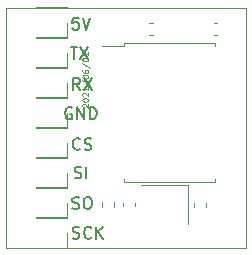
<source format=gbr>
%TF.GenerationSoftware,KiCad,Pcbnew,(5.1.9)-1*%
%TF.CreationDate,2021-06-01T13:49:10+02:00*%
%TF.ProjectId,17_CAN_Controller,31375f43-414e-45f4-936f-6e74726f6c6c,rev?*%
%TF.SameCoordinates,Original*%
%TF.FileFunction,Legend,Top*%
%TF.FilePolarity,Positive*%
%FSLAX46Y46*%
G04 Gerber Fmt 4.6, Leading zero omitted, Abs format (unit mm)*
G04 Created by KiCad (PCBNEW (5.1.9)-1) date 2021-06-01 13:49:10*
%MOMM*%
%LPD*%
G01*
G04 APERTURE LIST*
%ADD10C,0.150000*%
%TA.AperFunction,Profile*%
%ADD11C,0.050000*%
%TD*%
%ADD12C,0.125000*%
%ADD13C,0.120000*%
G04 APERTURE END LIST*
D10*
X105954285Y-81744761D02*
X106097142Y-81792380D01*
X106335238Y-81792380D01*
X106430476Y-81744761D01*
X106478095Y-81697142D01*
X106525714Y-81601904D01*
X106525714Y-81506666D01*
X106478095Y-81411428D01*
X106430476Y-81363809D01*
X106335238Y-81316190D01*
X106144761Y-81268571D01*
X106049523Y-81220952D01*
X106001904Y-81173333D01*
X105954285Y-81078095D01*
X105954285Y-80982857D01*
X106001904Y-80887619D01*
X106049523Y-80840000D01*
X106144761Y-80792380D01*
X106382857Y-80792380D01*
X106525714Y-80840000D01*
X107525714Y-81697142D02*
X107478095Y-81744761D01*
X107335238Y-81792380D01*
X107240000Y-81792380D01*
X107097142Y-81744761D01*
X107001904Y-81649523D01*
X106954285Y-81554285D01*
X106906666Y-81363809D01*
X106906666Y-81220952D01*
X106954285Y-81030476D01*
X107001904Y-80935238D01*
X107097142Y-80840000D01*
X107240000Y-80792380D01*
X107335238Y-80792380D01*
X107478095Y-80840000D01*
X107525714Y-80887619D01*
X107954285Y-81792380D02*
X107954285Y-80792380D01*
X108525714Y-81792380D02*
X108097142Y-81220952D01*
X108525714Y-80792380D02*
X107954285Y-81363809D01*
X105930476Y-79244761D02*
X106073333Y-79292380D01*
X106311428Y-79292380D01*
X106406666Y-79244761D01*
X106454285Y-79197142D01*
X106501904Y-79101904D01*
X106501904Y-79006666D01*
X106454285Y-78911428D01*
X106406666Y-78863809D01*
X106311428Y-78816190D01*
X106120952Y-78768571D01*
X106025714Y-78720952D01*
X105978095Y-78673333D01*
X105930476Y-78578095D01*
X105930476Y-78482857D01*
X105978095Y-78387619D01*
X106025714Y-78340000D01*
X106120952Y-78292380D01*
X106359047Y-78292380D01*
X106501904Y-78340000D01*
X107120952Y-78292380D02*
X107311428Y-78292380D01*
X107406666Y-78340000D01*
X107501904Y-78435238D01*
X107549523Y-78625714D01*
X107549523Y-78959047D01*
X107501904Y-79149523D01*
X107406666Y-79244761D01*
X107311428Y-79292380D01*
X107120952Y-79292380D01*
X107025714Y-79244761D01*
X106930476Y-79149523D01*
X106882857Y-78959047D01*
X106882857Y-78625714D01*
X106930476Y-78435238D01*
X107025714Y-78340000D01*
X107120952Y-78292380D01*
X106116190Y-76644761D02*
X106259047Y-76692380D01*
X106497142Y-76692380D01*
X106592380Y-76644761D01*
X106640000Y-76597142D01*
X106687619Y-76501904D01*
X106687619Y-76406666D01*
X106640000Y-76311428D01*
X106592380Y-76263809D01*
X106497142Y-76216190D01*
X106306666Y-76168571D01*
X106211428Y-76120952D01*
X106163809Y-76073333D01*
X106116190Y-75978095D01*
X106116190Y-75882857D01*
X106163809Y-75787619D01*
X106211428Y-75740000D01*
X106306666Y-75692380D01*
X106544761Y-75692380D01*
X106687619Y-75740000D01*
X107116190Y-76692380D02*
X107116190Y-75692380D01*
X106573333Y-74197142D02*
X106525714Y-74244761D01*
X106382857Y-74292380D01*
X106287619Y-74292380D01*
X106144761Y-74244761D01*
X106049523Y-74149523D01*
X106001904Y-74054285D01*
X105954285Y-73863809D01*
X105954285Y-73720952D01*
X106001904Y-73530476D01*
X106049523Y-73435238D01*
X106144761Y-73340000D01*
X106287619Y-73292380D01*
X106382857Y-73292380D01*
X106525714Y-73340000D01*
X106573333Y-73387619D01*
X106954285Y-74244761D02*
X107097142Y-74292380D01*
X107335238Y-74292380D01*
X107430476Y-74244761D01*
X107478095Y-74197142D01*
X107525714Y-74101904D01*
X107525714Y-74006666D01*
X107478095Y-73911428D01*
X107430476Y-73863809D01*
X107335238Y-73816190D01*
X107144761Y-73768571D01*
X107049523Y-73720952D01*
X107001904Y-73673333D01*
X106954285Y-73578095D01*
X106954285Y-73482857D01*
X107001904Y-73387619D01*
X107049523Y-73340000D01*
X107144761Y-73292380D01*
X107382857Y-73292380D01*
X107525714Y-73340000D01*
X106573333Y-69192380D02*
X106240000Y-68716190D01*
X106001904Y-69192380D02*
X106001904Y-68192380D01*
X106382857Y-68192380D01*
X106478095Y-68240000D01*
X106525714Y-68287619D01*
X106573333Y-68382857D01*
X106573333Y-68525714D01*
X106525714Y-68620952D01*
X106478095Y-68668571D01*
X106382857Y-68716190D01*
X106001904Y-68716190D01*
X106906666Y-68192380D02*
X107573333Y-69192380D01*
X107573333Y-68192380D02*
X106906666Y-69192380D01*
X105778095Y-65592380D02*
X106349523Y-65592380D01*
X106063809Y-66592380D02*
X106063809Y-65592380D01*
X106587619Y-65592380D02*
X107254285Y-66592380D01*
X107254285Y-65592380D02*
X106587619Y-66592380D01*
X106449523Y-63092380D02*
X105973333Y-63092380D01*
X105925714Y-63568571D01*
X105973333Y-63520952D01*
X106068571Y-63473333D01*
X106306666Y-63473333D01*
X106401904Y-63520952D01*
X106449523Y-63568571D01*
X106497142Y-63663809D01*
X106497142Y-63901904D01*
X106449523Y-63997142D01*
X106401904Y-64044761D01*
X106306666Y-64092380D01*
X106068571Y-64092380D01*
X105973333Y-64044761D01*
X105925714Y-63997142D01*
X106782857Y-63092380D02*
X107116190Y-64092380D01*
X107449523Y-63092380D01*
D11*
X100330000Y-82550000D02*
X120650000Y-82550000D01*
X100330000Y-62230000D02*
X101600000Y-62230000D01*
X100330000Y-64770000D02*
X100330000Y-62230000D01*
X100330000Y-72390000D02*
X100330000Y-67310000D01*
D10*
X105878095Y-70740000D02*
X105782857Y-70692380D01*
X105640000Y-70692380D01*
X105497142Y-70740000D01*
X105401904Y-70835238D01*
X105354285Y-70930476D01*
X105306666Y-71120952D01*
X105306666Y-71263809D01*
X105354285Y-71454285D01*
X105401904Y-71549523D01*
X105497142Y-71644761D01*
X105640000Y-71692380D01*
X105735238Y-71692380D01*
X105878095Y-71644761D01*
X105925714Y-71597142D01*
X105925714Y-71263809D01*
X105735238Y-71263809D01*
X106354285Y-71692380D02*
X106354285Y-70692380D01*
X106925714Y-71692380D01*
X106925714Y-70692380D01*
X107401904Y-71692380D02*
X107401904Y-70692380D01*
X107640000Y-70692380D01*
X107782857Y-70740000D01*
X107878095Y-70835238D01*
X107925714Y-70930476D01*
X107973333Y-71120952D01*
X107973333Y-71263809D01*
X107925714Y-71454285D01*
X107878095Y-71549523D01*
X107782857Y-71644761D01*
X107640000Y-71692380D01*
X107401904Y-71692380D01*
D11*
X120650000Y-62230000D02*
X120650000Y-82550000D01*
X101600000Y-62230000D02*
X120650000Y-62230000D01*
X100330000Y-80010000D02*
X100330000Y-82550000D01*
X100330000Y-64770000D02*
X100330000Y-67310000D01*
X100330000Y-80010000D02*
X100330000Y-72390000D01*
D12*
X106813809Y-70673333D02*
X106790000Y-70649523D01*
X106766190Y-70601904D01*
X106766190Y-70482857D01*
X106790000Y-70435238D01*
X106813809Y-70411428D01*
X106861428Y-70387619D01*
X106909047Y-70387619D01*
X106980476Y-70411428D01*
X107266190Y-70697142D01*
X107266190Y-70387619D01*
X106766190Y-70078095D02*
X106766190Y-70030476D01*
X106790000Y-69982857D01*
X106813809Y-69959047D01*
X106861428Y-69935238D01*
X106956666Y-69911428D01*
X107075714Y-69911428D01*
X107170952Y-69935238D01*
X107218571Y-69959047D01*
X107242380Y-69982857D01*
X107266190Y-70030476D01*
X107266190Y-70078095D01*
X107242380Y-70125714D01*
X107218571Y-70149523D01*
X107170952Y-70173333D01*
X107075714Y-70197142D01*
X106956666Y-70197142D01*
X106861428Y-70173333D01*
X106813809Y-70149523D01*
X106790000Y-70125714D01*
X106766190Y-70078095D01*
X106813809Y-69720952D02*
X106790000Y-69697142D01*
X106766190Y-69649523D01*
X106766190Y-69530476D01*
X106790000Y-69482857D01*
X106813809Y-69459047D01*
X106861428Y-69435238D01*
X106909047Y-69435238D01*
X106980476Y-69459047D01*
X107266190Y-69744761D01*
X107266190Y-69435238D01*
X107266190Y-68959047D02*
X107266190Y-69244761D01*
X107266190Y-69101904D02*
X106766190Y-69101904D01*
X106837619Y-69149523D01*
X106885238Y-69197142D01*
X106909047Y-69244761D01*
X106742380Y-68387619D02*
X107385238Y-68816190D01*
X106766190Y-68125714D02*
X106766190Y-68078095D01*
X106790000Y-68030476D01*
X106813809Y-68006666D01*
X106861428Y-67982857D01*
X106956666Y-67959047D01*
X107075714Y-67959047D01*
X107170952Y-67982857D01*
X107218571Y-68006666D01*
X107242380Y-68030476D01*
X107266190Y-68078095D01*
X107266190Y-68125714D01*
X107242380Y-68173333D01*
X107218571Y-68197142D01*
X107170952Y-68220952D01*
X107075714Y-68244761D01*
X106956666Y-68244761D01*
X106861428Y-68220952D01*
X106813809Y-68197142D01*
X106790000Y-68173333D01*
X106766190Y-68125714D01*
X106766190Y-67530476D02*
X106766190Y-67625714D01*
X106790000Y-67673333D01*
X106813809Y-67697142D01*
X106885238Y-67744761D01*
X106980476Y-67768571D01*
X107170952Y-67768571D01*
X107218571Y-67744761D01*
X107242380Y-67720952D01*
X107266190Y-67673333D01*
X107266190Y-67578095D01*
X107242380Y-67530476D01*
X107218571Y-67506666D01*
X107170952Y-67482857D01*
X107051904Y-67482857D01*
X107004285Y-67506666D01*
X106980476Y-67530476D01*
X106956666Y-67578095D01*
X106956666Y-67673333D01*
X106980476Y-67720952D01*
X107004285Y-67744761D01*
X107051904Y-67768571D01*
X106742380Y-66911428D02*
X107385238Y-67340000D01*
X106766190Y-66649523D02*
X106766190Y-66601904D01*
X106790000Y-66554285D01*
X106813809Y-66530476D01*
X106861428Y-66506666D01*
X106956666Y-66482857D01*
X107075714Y-66482857D01*
X107170952Y-66506666D01*
X107218571Y-66530476D01*
X107242380Y-66554285D01*
X107266190Y-66601904D01*
X107266190Y-66649523D01*
X107242380Y-66697142D01*
X107218571Y-66720952D01*
X107170952Y-66744761D01*
X107075714Y-66768571D01*
X106956666Y-66768571D01*
X106861428Y-66744761D01*
X106813809Y-66720952D01*
X106790000Y-66697142D01*
X106766190Y-66649523D01*
X107266190Y-66006666D02*
X107266190Y-66292380D01*
X107266190Y-66149523D02*
X106766190Y-66149523D01*
X106837619Y-66197142D01*
X106885238Y-66244761D01*
X106909047Y-66292380D01*
D13*
%TO.C,J2*%
X105470000Y-67250000D02*
X102810000Y-67250000D01*
X105470000Y-67310000D02*
X105470000Y-67250000D01*
X102810000Y-67310000D02*
X102810000Y-67250000D01*
X105470000Y-67310000D02*
X102810000Y-67310000D01*
X105470000Y-68580000D02*
X105470000Y-69910000D01*
X105470000Y-69910000D02*
X104140000Y-69910000D01*
%TO.C,J3*%
X105470000Y-69790000D02*
X102810000Y-69790000D01*
X105470000Y-69850000D02*
X105470000Y-69790000D01*
X102810000Y-69850000D02*
X102810000Y-69790000D01*
X105470000Y-69850000D02*
X102810000Y-69850000D01*
X105470000Y-71120000D02*
X105470000Y-72450000D01*
X105470000Y-72450000D02*
X104140000Y-72450000D01*
%TO.C,J5*%
X105470000Y-62170000D02*
X102810000Y-62170000D01*
X105470000Y-62230000D02*
X105470000Y-62170000D01*
X102810000Y-62230000D02*
X102810000Y-62170000D01*
X105470000Y-62230000D02*
X102810000Y-62230000D01*
X105470000Y-63500000D02*
X105470000Y-64830000D01*
X105470000Y-64830000D02*
X104140000Y-64830000D01*
%TO.C,J1*%
X105470000Y-64710000D02*
X102810000Y-64710000D01*
X105470000Y-64770000D02*
X105470000Y-64710000D01*
X102810000Y-64770000D02*
X102810000Y-64710000D01*
X105470000Y-64770000D02*
X102810000Y-64770000D01*
X105470000Y-66040000D02*
X105470000Y-67370000D01*
X105470000Y-67370000D02*
X104140000Y-67370000D01*
%TO.C,R2*%
X112711267Y-64550000D02*
X112368733Y-64550000D01*
X112711267Y-63530000D02*
X112368733Y-63530000D01*
%TO.C,J8*%
X105470000Y-77410000D02*
X102810000Y-77410000D01*
X105470000Y-77470000D02*
X105470000Y-77410000D01*
X102810000Y-77470000D02*
X102810000Y-77410000D01*
X105470000Y-77470000D02*
X102810000Y-77470000D01*
X105470000Y-78740000D02*
X105470000Y-80070000D01*
X105470000Y-80070000D02*
X104140000Y-80070000D01*
%TO.C,C1*%
X118180580Y-64550000D02*
X117899420Y-64550000D01*
X118180580Y-63530000D02*
X117899420Y-63530000D01*
%TO.C,J9*%
X105470000Y-79950000D02*
X102810000Y-79950000D01*
X105470000Y-80010000D02*
X105470000Y-79950000D01*
X102810000Y-80010000D02*
X102810000Y-79950000D01*
X105470000Y-80010000D02*
X102810000Y-80010000D01*
X105470000Y-81280000D02*
X105470000Y-82610000D01*
X105470000Y-82610000D02*
X104140000Y-82610000D01*
%TO.C,C2*%
X111250000Y-78774420D02*
X111250000Y-79055580D01*
X110230000Y-78774420D02*
X110230000Y-79055580D01*
%TO.C,C3*%
X117250000Y-78799420D02*
X117250000Y-79080580D01*
X116230000Y-78799420D02*
X116230000Y-79080580D01*
%TO.C,J6*%
X105470000Y-72330000D02*
X102810000Y-72330000D01*
X105470000Y-72390000D02*
X105470000Y-72330000D01*
X102810000Y-72390000D02*
X102810000Y-72330000D01*
X105470000Y-72390000D02*
X102810000Y-72390000D01*
X105470000Y-73660000D02*
X105470000Y-74990000D01*
X105470000Y-74990000D02*
X104140000Y-74990000D01*
%TO.C,J7*%
X105470000Y-74870000D02*
X102810000Y-74870000D01*
X105470000Y-74930000D02*
X105470000Y-74870000D01*
X102810000Y-74930000D02*
X102810000Y-74870000D01*
X105470000Y-74930000D02*
X102810000Y-74930000D01*
X105470000Y-76200000D02*
X105470000Y-77530000D01*
X105470000Y-77530000D02*
X104140000Y-77530000D01*
%TO.C,R1*%
X109462500Y-78677742D02*
X109462500Y-79152258D01*
X108417500Y-78677742D02*
X108417500Y-79152258D01*
%TO.C,U1*%
X114140000Y-77005000D02*
X118000000Y-77005000D01*
X118000000Y-77005000D02*
X118000000Y-76760000D01*
X114140000Y-77005000D02*
X110280000Y-77005000D01*
X110280000Y-77005000D02*
X110280000Y-76760000D01*
X114140000Y-65235000D02*
X118000000Y-65235000D01*
X118000000Y-65235000D02*
X118000000Y-65480000D01*
X114140000Y-65235000D02*
X110280000Y-65235000D01*
X110280000Y-65235000D02*
X110280000Y-65480000D01*
X110280000Y-65480000D02*
X108465000Y-65480000D01*
%TO.C,Y1*%
X115740000Y-77290000D02*
X111740000Y-77290000D01*
X115740000Y-80590000D02*
X115740000Y-77290000D01*
%TD*%
M02*

</source>
